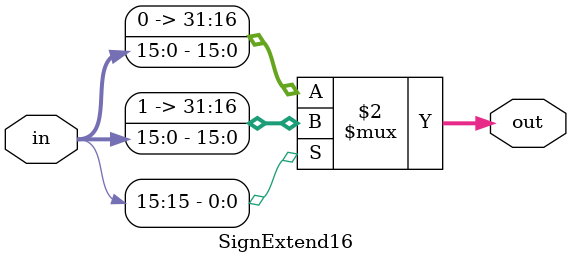
<source format=v>
module SignExtend16(
    input wire [15:0] in,
    output wire [31:0] out
);
   assign out = (in[15] == 0) ? {16'b0000000000000000, in} : {16'b1111111111111111, in};

endmodule
</source>
